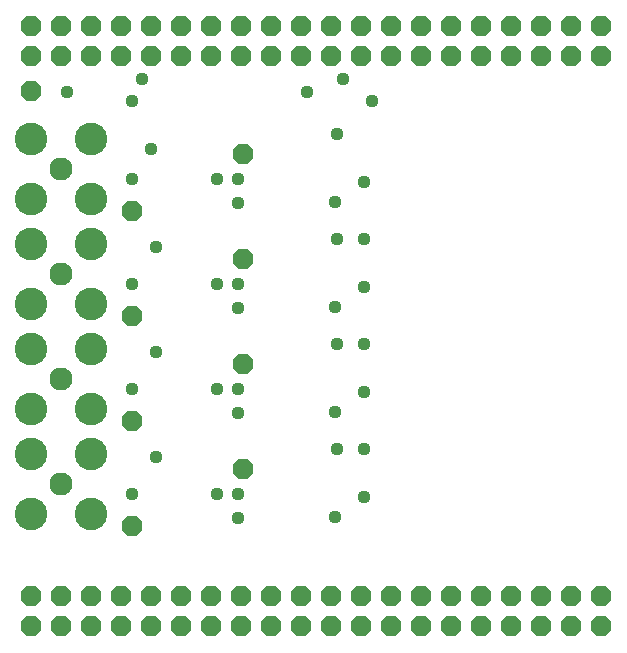
<source format=gbs>
G75*
G70*
%OFA0B0*%
%FSLAX24Y24*%
%IPPOS*%
%LPD*%
%AMOC8*
5,1,8,0,0,1.08239X$1,22.5*
%
%ADD10C,0.1085*%
%ADD11C,0.0770*%
%ADD12OC8,0.0680*%
%ADD13C,0.0437*%
D10*
X002090Y005040D03*
X004090Y005040D03*
X004090Y007040D03*
X004090Y008540D03*
X002090Y008540D03*
X002090Y007040D03*
X002090Y010540D03*
X002090Y012040D03*
X004090Y012040D03*
X004090Y010540D03*
X004090Y014040D03*
X004090Y015540D03*
X002090Y015540D03*
X002090Y014040D03*
X002090Y017540D03*
X004090Y017540D03*
D11*
X003090Y016540D03*
X003090Y013040D03*
X003090Y009540D03*
X003090Y006040D03*
D12*
X002090Y001290D03*
X003090Y001290D03*
X004090Y001290D03*
X004090Y002290D03*
X003090Y002290D03*
X002090Y002290D03*
X005090Y002290D03*
X006090Y002290D03*
X006090Y001290D03*
X005090Y001290D03*
X007090Y001290D03*
X008090Y001290D03*
X009090Y001290D03*
X009090Y002290D03*
X008090Y002290D03*
X007090Y002290D03*
X005440Y004640D03*
X005440Y008140D03*
X005440Y011640D03*
X005440Y015140D03*
X009140Y013540D03*
X009140Y017040D03*
X009090Y020290D03*
X009090Y021290D03*
X008090Y021290D03*
X008090Y020290D03*
X007090Y020290D03*
X007090Y021290D03*
X006090Y021290D03*
X006090Y020290D03*
X005090Y020290D03*
X005090Y021290D03*
X004090Y021290D03*
X004090Y020290D03*
X003090Y020290D03*
X003090Y021290D03*
X002090Y021290D03*
X002090Y020290D03*
X002090Y019140D03*
X010090Y020290D03*
X010090Y021290D03*
X011090Y021290D03*
X011090Y020290D03*
X012090Y020290D03*
X012090Y021290D03*
X013090Y021290D03*
X013090Y020290D03*
X014090Y020290D03*
X014090Y021290D03*
X015090Y021290D03*
X015090Y020290D03*
X016090Y020290D03*
X016090Y021290D03*
X017090Y021290D03*
X017090Y020290D03*
X018090Y020290D03*
X018090Y021290D03*
X019090Y021290D03*
X019090Y020290D03*
X020090Y020290D03*
X020090Y021290D03*
X021090Y021290D03*
X021090Y020290D03*
X009140Y010040D03*
X009140Y006540D03*
X010090Y002290D03*
X011090Y002290D03*
X012090Y002290D03*
X012090Y001290D03*
X011090Y001290D03*
X010090Y001290D03*
X013090Y001290D03*
X014090Y001290D03*
X014090Y002290D03*
X013090Y002290D03*
X015090Y002290D03*
X016090Y002290D03*
X017090Y002290D03*
X017090Y001290D03*
X016090Y001290D03*
X015090Y001290D03*
X018090Y001290D03*
X019090Y001290D03*
X020090Y001290D03*
X020090Y002290D03*
X019090Y002290D03*
X018090Y002290D03*
X021090Y002290D03*
X021090Y001290D03*
D13*
X013190Y005590D03*
X012204Y004936D03*
X012290Y007190D03*
X013190Y007190D03*
X012204Y008440D03*
X013190Y009090D03*
X013190Y010690D03*
X012290Y010690D03*
X012204Y011944D03*
X013190Y012590D03*
X013190Y014190D03*
X012290Y014190D03*
X012204Y015447D03*
X013190Y016090D03*
X012290Y017690D03*
X013440Y018790D03*
X012484Y019534D03*
X011290Y019090D03*
X008990Y016190D03*
X008290Y016190D03*
X008990Y015390D03*
X008990Y012690D03*
X008290Y012690D03*
X008990Y011890D03*
X008990Y009190D03*
X008290Y009190D03*
X008990Y008390D03*
X008990Y005690D03*
X008290Y005690D03*
X008990Y004890D03*
X006240Y006940D03*
X005440Y005690D03*
X005440Y009190D03*
X006240Y010440D03*
X005440Y012690D03*
X006240Y013940D03*
X005440Y016190D03*
X006090Y017190D03*
X005440Y018790D03*
X005790Y019540D03*
X003290Y019090D03*
M02*

</source>
